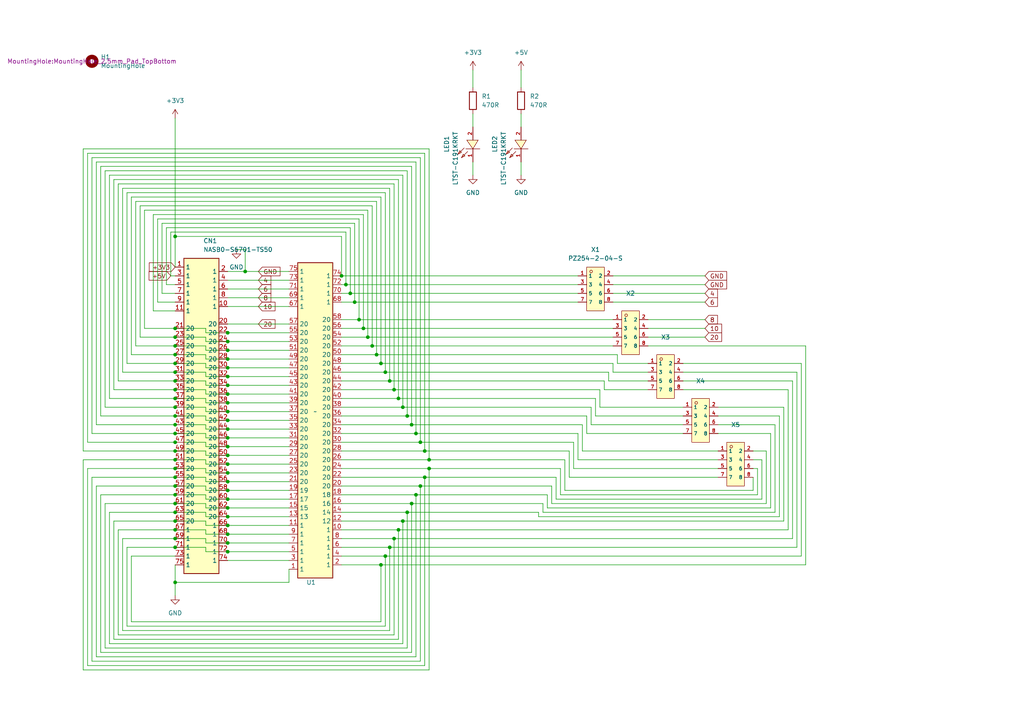
<source format=kicad_sch>
(kicad_sch (version 20230121) (generator eeschema)
  (paper "A4")
  (lib_symbols
    (symbol "Device:R" (pin_numbers hide) (pin_names (offset 0))
      (property "Reference" "R" (at 2.032 0 90))
      (property "Value" "R" (at 0 0 90))
      (symbol "R_0_1"
        (rectangle (start -1.016 -2.54) (end 1.016 2.54) (stroke (width 0.254)))
      )
      (symbol "R_1_1"
        (pin passive line (at 0 3.81 270) (length 1.27) (name "~") (number "1"))
        (pin passive line (at 0 -3.81 90) (length 1.27) (name "~") (number "2"))
      )
    )
    (symbol "JLC:LTST-C191KRKT" (pin_names hide)
      (property "Reference" "LED" (at 0 1.27 0))
      (property "Value" "LTST-C191KRKT" (at 0 -2.54 0))
      (symbol "LTST-C191KRKT_0_1"
        (polyline (pts (xy -2.032 1.524) (xy -3.81 3.302)))
        (polyline (pts (xy -1.27 2.032) (xy -1.27 -2.032)))
        (polyline (pts (xy -1.016 2.54) (xy -2.794 4.318)))
        (polyline (pts (xy -3.81 3.302) (xy -2.794 2.794) (xy -3.302 2.286) (xy -3.81 3.302)) (fill (type background)))
        (polyline (pts (xy -2.794 4.318) (xy -1.778 3.81) (xy -2.286 3.302) (xy -2.794 4.318)) (fill (type background)))
        (polyline (pts (xy 1.27 -1.524) (xy -1.27 0) (xy 1.27 1.778) (xy 1.27 -1.524)) (fill (type background)))
        (pin unspecified line (at -5.08 0 0) (length 3.81) (name "-") (number "1"))
        (pin unspecified line (at 5.08 0 180) (length 3.81) (name "+") (number "2"))
      )
    )
    (symbol "JLC:PZ254-2-04-S"
      (property "Reference" "H" (at 0 1.27 0))
      (property "Value" "PZ254-2-04-S" (at 0 -2.54 0))
      (symbol "PZ254-2-04-S_0_1"
        (rectangle (start -2.54 6.35) (end 2.54 -6.35) (fill (type background)))
        (circle (center -1.27 5.08) (radius 0.381) (fill (type background)))
        (pin unspecified line (at -5.08 3.81 0) (length 2.54) (name "1") (number "1"))
        (pin unspecified line (at 5.08 3.81 180) (length 2.54) (name "2") (number "2"))
        (pin unspecified line (at -5.08 1.27 0) (length 2.54) (name "3") (number "3"))
        (pin unspecified line (at 5.08 1.27 180) (length 2.54) (name "4") (number "4"))
        (pin unspecified line (at -5.08 -1.27 0) (length 2.54) (name "5") (number "5"))
        (pin unspecified line (at 5.08 -1.27 180) (length 2.54) (name "6") (number "6"))
        (pin unspecified line (at -5.08 -3.81 0) (length 2.54) (name "7") (number "7"))
        (pin unspecified line (at 5.08 -3.81 180) (length 2.54) (name "8") (number "8"))
      )
    )
    (symbol "JLC_parts:NASB0-S6701-TS50"
      (property "Reference" "CN" (at 0 1.27 0))
      (property "Value" "NASB0-S6701-TS50" (at 0 -2.54 0))
      (symbol "NASB0-S6701-TS50_0_1"
        (rectangle (start -3.81 48.26) (end 6.35 -43.18) (stroke (width 0.254)) (fill (type background)))
      )
      (symbol "NASB0-S6701-TS50_1_1"
        (pin input line (at -6.35 45.72 0) (length 2.54) (name "1") (number "1"))
        (pin input line (at 8.89 34.29 180) (length 2.54) (name "1") (number "10"))
        (pin input line (at -6.35 33.02 0) (length 2.54) (name "1") (number "11"))
        (pin input line (at 8.89 44.45 180) (length 2.54) (name "1") (number "2"))
        (pin input line (at 8.89 29.21 180) (length 2.54) (name "20") (number "20"))
        (pin input line (at -6.35 27.94 0) (length 2.54) (name "20") (number "21"))
        (pin input line (at 8.89 26.67 180) (length 2.54) (name "20") (number "22"))
        (pin input line (at -6.35 25.4 0) (length 2.54) (name "20") (number "23"))
        (pin input line (at 8.89 24.13 180) (length 2.54) (name "20") (number "24"))
        (pin input line (at -6.35 22.86 0) (length 2.54) (name "20") (number "25"))
        (pin input line (at 8.89 21.59 180) (length 2.54) (name "20") (number "26"))
        (pin input line (at -6.35 20.32 0) (length 2.54) (name "20") (number "27"))
        (pin input line (at 8.89 19.05 180) (length 2.54) (name "20") (number "28"))
        (pin input line (at -6.35 17.78 0) (length 2.54) (name "20") (number "29"))
        (pin input line (at -6.35 43.18 0) (length 2.54) (name "1") (number "3"))
        (pin input line (at 8.89 16.51 180) (length 2.54) (name "20") (number "30"))
        (pin input line (at -6.35 15.24 0) (length 2.54) (name "20") (number "31"))
        (pin input line (at 8.89 13.97 180) (length 2.54) (name "20") (number "32"))
        (pin input line (at -6.35 12.7 0) (length 2.54) (name "20") (number "33"))
        (pin input line (at 8.89 11.43 180) (length 2.54) (name "20") (number "34"))
        (pin input line (at -6.35 10.16 0) (length 2.54) (name "20") (number "35"))
        (pin input line (at 8.89 8.89 180) (length 2.54) (name "20") (number "36"))
        (pin input line (at -6.35 7.62 0) (length 2.54) (name "20") (number "37"))
        (pin input line (at 8.89 6.35 180) (length 2.54) (name "20") (number "38"))
        (pin input line (at -6.35 5.08 0) (length 2.54) (name "20") (number "39"))
        (pin input line (at 8.89 41.91 180) (length 2.54) (name "1") (number "4"))
        (pin input line (at 8.89 3.81 180) (length 2.54) (name "20") (number "40"))
        (pin input line (at -6.35 2.54 0) (length 2.54) (name "20") (number "41"))
        (pin input line (at 8.89 1.27 180) (length 2.54) (name "20") (number "42"))
        (pin input line (at -6.35 0 0) (length 2.54) (name "20") (number "43"))
        (pin input line (at 8.89 -1.27 180) (length 2.54) (name "20") (number "44"))
        (pin input line (at -6.35 -2.54 0) (length 2.54) (name "20") (number "45"))
        (pin input line (at 8.89 -3.81 180) (length 2.54) (name "20") (number "46"))
        (pin input line (at -6.35 -5.08 0) (length 2.54) (name "20") (number "47"))
        (pin input line (at 8.89 -6.35 180) (length 2.54) (name "20") (number "48"))
        (pin input line (at -6.35 -7.62 0) (length 2.54) (name "20") (number "49"))
        (pin input line (at -6.35 40.64 0) (length 2.54) (name "1") (number "5"))
        (pin input line (at 8.89 -8.89 180) (length 2.54) (name "20") (number "50"))
        (pin input line (at -6.35 -10.16 0) (length 2.54) (name "20") (number "51"))
        (pin input line (at 8.89 -11.43 180) (length 2.54) (name "20") (number "52"))
        (pin input line (at -6.35 -12.7 0) (length 2.54) (name "20") (number "53"))
        (pin input line (at 8.89 -13.97 180) (length 2.54) (name "20") (number "54"))
        (pin input line (at -6.35 -15.24 0) (length 2.54) (name "20") (number "55"))
        (pin input line (at 8.89 -16.51 180) (length 2.54) (name "20") (number "56"))
        (pin input line (at -6.35 -17.78 0) (length 2.54) (name "20") (number "57"))
        (pin input line (at 8.89 -19.05 180) (length 2.54) (name "20") (number "58"))
        (pin input line (at -6.35 -20.32 0) (length 2.54) (name "20") (number "59"))
        (pin input line (at 8.89 39.37 180) (length 2.54) (name "1") (number "6"))
        (pin input line (at 8.89 -21.59 180) (length 2.54) (name "20") (number "60"))
        (pin input line (at -6.35 -22.86 0) (length 2.54) (name "20") (number "61"))
        (pin input line (at 8.89 -24.13 180) (length 2.54) (name "20") (number "62"))
        (pin input line (at -6.35 -25.4 0) (length 2.54) (name "20") (number "63"))
        (pin input line (at 8.89 -26.67 180) (length 2.54) (name "20") (number "64"))
        (pin input line (at -6.35 -27.94 0) (length 2.54) (name "20") (number "65"))
        (pin input line (at 8.89 -29.21 180) (length 2.54) (name "1") (number "66"))
        (pin input line (at -6.35 -30.48 0) (length 2.54) (name "1") (number "67"))
        (pin input line (at 8.89 -31.75 180) (length 2.54) (name "1") (number "68"))
        (pin input line (at -6.35 -33.02 0) (length 2.54) (name "1") (number "69"))
        (pin input line (at -6.35 38.1 0) (length 2.54) (name "1") (number "7"))
        (pin input line (at 8.89 -34.29 180) (length 2.54) (name "1") (number "70"))
        (pin input line (at -6.35 -35.56 0) (length 2.54) (name "1") (number "71"))
        (pin input line (at 8.89 -36.83 180) (length 2.54) (name "1") (number "72"))
        (pin input line (at -6.35 -38.1 0) (length 2.54) (name "1") (number "73"))
        (pin input line (at 8.89 -39.37 180) (length 2.54) (name "1") (number "74"))
        (pin input line (at -6.35 -40.64 0) (length 2.54) (name "1") (number "75"))
        (pin input line (at 8.89 36.83 180) (length 2.54) (name "1") (number "8"))
        (pin input line (at -6.35 35.56 0) (length 2.54) (name "1") (number "9"))
      )
    )
    (symbol "JLC_parts:m.2_M_edge_fingers"
      (property "Reference" "U" (at 0 -7.62 0))
      (symbol "m.2_M_edge_fingers_0_1"
        (rectangle (start -5.08 48.26) (end 5.08 -43.18) (stroke (width 0.254)) (fill (type background)))
      )
      (symbol "m.2_M_edge_fingers_1_1"
        (pin input line (at -7.62 45.72 0) (length 2.54) (name "1") (number "1"))
        (pin input line (at 7.62 34.29 180) (length 2.54) (name "1") (number "10"))
        (pin input line (at -7.62 33.02 0) (length 2.54) (name "1") (number "11"))
        (pin input line (at 7.62 31.75 180) (length 2.54) (name "12") (number "12"))
        (pin input line (at -7.62 30.48 0) (length 2.54) (name "13") (number "13"))
        (pin input line (at 7.62 29.21 180) (length 2.54) (name "14") (number "14"))
        (pin input line (at -7.62 27.94 0) (length 2.54) (name "15") (number "15"))
        (pin input line (at 7.62 26.67 180) (length 2.54) (name "16") (number "16"))
        (pin input line (at -7.62 25.4 0) (length 2.54) (name "17") (number "17"))
        (pin input line (at 7.62 24.13 180) (length 2.54) (name "18") (number "18"))
        (pin input line (at -7.62 22.86 0) (length 2.54) (name "19") (number "19"))
        (pin input line (at 7.62 44.45 180) (length 2.54) (name "1") (number "2"))
        (pin input line (at 7.62 21.59 180) (length 2.54) (name "20") (number "20"))
        (pin input line (at -7.62 20.32 0) (length 2.54) (name "20") (number "21"))
        (pin input line (at 7.62 19.05 180) (length 2.54) (name "20") (number "22"))
        (pin input line (at -7.62 17.78 0) (length 2.54) (name "20") (number "23"))
        (pin input line (at 7.62 16.51 180) (length 2.54) (name "20") (number "24"))
        (pin input line (at -7.62 15.24 0) (length 2.54) (name "20") (number "25"))
        (pin input line (at 7.62 13.97 180) (length 2.54) (name "20") (number "26"))
        (pin input line (at -7.62 12.7 0) (length 2.54) (name "20") (number "27"))
        (pin input line (at 7.62 11.43 180) (length 2.54) (name "20") (number "28"))
        (pin input line (at -7.62 10.16 0) (length 2.54) (name "20") (number "29"))
        (pin input line (at -7.62 43.18 0) (length 2.54) (name "1") (number "3"))
        (pin input line (at 7.62 8.89 180) (length 2.54) (name "20") (number "30"))
        (pin input line (at -7.62 7.62 0) (length 2.54) (name "20") (number "31"))
        (pin input line (at 7.62 6.35 180) (length 2.54) (name "20") (number "32"))
        (pin input line (at -7.62 5.08 0) (length 2.54) (name "20") (number "33"))
        (pin input line (at 7.62 3.81 180) (length 2.54) (name "20") (number "34"))
        (pin input line (at -7.62 2.54 0) (length 2.54) (name "20") (number "35"))
        (pin input line (at 7.62 1.27 180) (length 2.54) (name "20") (number "36"))
        (pin input line (at -7.62 0 0) (length 2.54) (name "20") (number "37"))
        (pin input line (at 7.62 -1.27 180) (length 2.54) (name "20") (number "38"))
        (pin input line (at -7.62 -2.54 0) (length 2.54) (name "20") (number "39"))
        (pin input line (at 7.62 41.91 180) (length 2.54) (name "1") (number "4"))
        (pin input line (at 7.62 -3.81 180) (length 2.54) (name "20") (number "40"))
        (pin input line (at -7.62 -5.08 0) (length 2.54) (name "20") (number "41"))
        (pin input line (at 7.62 -6.35 180) (length 2.54) (name "20") (number "42"))
        (pin input line (at -7.62 -7.62 0) (length 2.54) (name "20") (number "43"))
        (pin input line (at 7.62 -8.89 180) (length 2.54) (name "20") (number "44"))
        (pin input line (at -7.62 -10.16 0) (length 2.54) (name "20") (number "45"))
        (pin input line (at 7.62 -11.43 180) (length 2.54) (name "20") (number "46"))
        (pin input line (at -7.62 -12.7 0) (length 2.54) (name "20") (number "47"))
        (pin input line (at 7.62 -13.97 180) (length 2.54) (name "20") (number "48"))
        (pin input line (at -7.62 -15.24 0) (length 2.54) (name "20") (number "49"))
        (pin input line (at -7.62 40.64 0) (length 2.54) (name "1") (number "5"))
        (pin input line (at 7.62 -16.51 180) (length 2.54) (name "20") (number "50"))
        (pin input line (at -7.62 -17.78 0) (length 2.54) (name "20") (number "51"))
        (pin input line (at 7.62 -19.05 180) (length 2.54) (name "20") (number "52"))
        (pin input line (at -7.62 -20.32 0) (length 2.54) (name "20") (number "53"))
        (pin input line (at 7.62 -21.59 180) (length 2.54) (name "20") (number "54"))
        (pin input line (at -7.62 -22.86 0) (length 2.54) (name "20") (number "55"))
        (pin input line (at 7.62 -24.13 180) (length 2.54) (name "20") (number "56"))
        (pin input line (at -7.62 -25.4 0) (length 2.54) (name "20") (number "57"))
        (pin input line (at 7.62 -26.67 180) (length 2.54) (name "20") (number "58"))
        (pin input line (at 7.62 39.37 180) (length 2.54) (name "1") (number "6"))
        (pin input line (at -7.62 -30.48 0) (length 2.54) (name "1") (number "67"))
        (pin input line (at 7.62 -31.75 180) (length 2.54) (name "1") (number "68"))
        (pin input line (at -7.62 -33.02 0) (length 2.54) (name "1") (number "69"))
        (pin input line (at -7.62 38.1 0) (length 2.54) (name "1") (number "7"))
        (pin input line (at 7.62 -34.29 180) (length 2.54) (name "1") (number "70"))
        (pin input line (at -7.62 -35.56 0) (length 2.54) (name "1") (number "71"))
        (pin input line (at 7.62 -36.83 180) (length 2.54) (name "1") (number "72"))
        (pin input line (at -7.62 -38.1 0) (length 2.54) (name "1") (number "73"))
        (pin input line (at 7.62 -39.37 180) (length 2.54) (name "1") (number "74"))
        (pin input line (at -7.62 -40.64 0) (length 2.54) (name "1") (number "75"))
        (pin input line (at 7.62 36.83 180) (length 2.54) (name "1") (number "8"))
        (pin input line (at -7.62 35.56 0) (length 2.54) (name "1") (number "9"))
      )
    )
    (symbol "Mechanical:MountingHole" (pin_names (offset 1.016))
      (property "Reference" "H" (at 0 5.08 0))
      (property "Value" "MountingHole" (at 0 3.175 0))
      (symbol "MountingHole_0_1"
        (circle (center 0 0) (radius 1.27) (stroke (width 1.27)))
      )
    )
    (symbol "power:+3V3" (power) (pin_names (offset 0))
      (property "Value" "+3V3" (at 0 3.556 0))
      (symbol "+3V3_0_1"
        (polyline (pts (xy -0.762 1.27) (xy 0 2.54)))
        (polyline (pts (xy 0 0) (xy 0 2.54)))
        (polyline (pts (xy 0 2.54) (xy 0.762 1.27)))
      )
      (symbol "+3V3_1_1"
        (pin power_in line (at 0 0 90) (length 0) hide (name "+3V3") (number "1"))
      )
    )
    (symbol "power:+5V" (power) (pin_names (offset 0))
      (property "Value" "+5V" (at 0 3.556 0))
      (symbol "+5V_0_1"
        (polyline (pts (xy -0.762 1.27) (xy 0 2.54)))
        (polyline (pts (xy 0 0) (xy 0 2.54)))
        (polyline (pts (xy 0 2.54) (xy 0.762 1.27)))
      )
      (symbol "+5V_1_1"
        (pin power_in line (at 0 0 90) (length 0) hide (name "+5V") (number "1"))
      )
    )
    (symbol "power:GND" (power) (pin_names (offset 0))
      (property "Value" "GND" (at 0 -3.81 0))
      (symbol "GND_0_1"
        (polyline (pts (xy 0 0) (xy 0 -1.27) (xy 1.27 -1.27) (xy 0 -2.54) (xy -1.27 -1.27) (xy 0 -1.27)))
      )
      (symbol "GND_1_1"
        (pin power_in line (at 0 0 270) (length 0) hide (name "GND") (number "1"))
      )
    )
  )
  (junction (at 111.76 107.95))
  (junction (at 107.95 100.33))
  (junction (at 50.8 168.91))
  (junction (at 119.38 123.19))
  (junction (at 120.65 143.51))
  (junction (at 50.8 133.35))
  (junction (at 66.04 111.76))
  (junction (at 66.04 121.92))
  (junction (at 66.04 144.78))
  (junction (at 50.8 148.59))
  (junction (at 66.04 134.62))
  (junction (at 111.76 161.29))
  (junction (at 116.84 118.11))
  (junction (at 114.3 156.21))
  (junction (at 50.8 130.81))
  (junction (at 66.04 149.86))
  (junction (at 114.3 113.03))
  (junction (at 66.04 114.3))
  (junction (at 121.92 128.27))
  (junction (at 50.8 118.11))
  (junction (at 66.04 139.7))
  (junction (at 50.8 135.89))
  (junction (at 113.03 110.49))
  (junction (at 113.03 158.75))
  (junction (at 50.8 97.79))
  (junction (at 50.8 140.97))
  (junction (at 66.04 142.24))
  (junction (at 50.8 158.75))
  (junction (at 66.04 99.06))
  (junction (at 123.19 138.43))
  (junction (at 50.8 138.43))
  (junction (at 101.6 85.09))
  (junction (at 66.04 104.14))
  (junction (at 50.8 102.87))
  (junction (at 115.57 115.57))
  (junction (at 50.8 153.67))
  (junction (at 66.04 132.08))
  (junction (at 50.8 128.27))
  (junction (at 50.8 95.25))
  (junction (at 66.04 119.38))
  (junction (at 66.04 129.54))
  (junction (at 100.33 82.55))
  (junction (at 50.8 123.19))
  (junction (at 50.8 151.13))
  (junction (at 50.8 115.57))
  (junction (at 110.49 163.83))
  (junction (at 105.41 95.25))
  (junction (at 124.46 135.89))
  (junction (at 66.04 152.4))
  (junction (at 66.04 127))
  (junction (at 50.8 146.05))
  (junction (at 50.8 113.03))
  (junction (at 66.04 116.84))
  (junction (at 50.8 110.49))
  (junction (at 116.84 151.13))
  (junction (at 106.68 97.79))
  (junction (at 66.04 106.68))
  (junction (at 102.87 87.63))
  (junction (at 120.65 125.73))
  (junction (at 50.8 100.33))
  (junction (at 66.04 109.22))
  (junction (at 50.8 107.95))
  (junction (at 66.04 124.46))
  (junction (at 50.8 105.41))
  (junction (at 124.46 133.35))
  (junction (at 119.38 146.05))
  (junction (at 66.04 96.52))
  (junction (at 118.11 120.65))
  (junction (at 71.12 78.74))
  (junction (at 123.19 130.81))
  (junction (at 66.04 101.6))
  (junction (at 110.49 105.41))
  (junction (at 121.92 140.97))
  (junction (at 50.8 68.58))
  (junction (at 115.57 153.67))
  (junction (at 66.04 154.94))
  (junction (at 50.8 143.51))
  (junction (at 99.06 80.01))
  (junction (at 50.8 125.73))
  (junction (at 66.04 157.48))
  (junction (at 104.14 92.71))
  (junction (at 109.22 102.87))
  (junction (at 50.8 120.65))
  (junction (at 66.04 160.02))
  (junction (at 50.8 156.21))
  (junction (at 118.11 148.59))
  (junction (at 66.04 137.16))
  (junction (at 66.04 147.32))
  (wire (pts (xy 101.6 85.09) (xy 167.64 85.09)))
  (wire (pts (xy 66.04 96.52) (xy 83.82 96.52)))
  (wire (pts (xy 66.04 142.24) (xy 83.82 142.24)))
  (wire (pts (xy 120.65 190.5) (xy 27.94 190.5)))
  (wire (pts (xy 99.06 161.29) (xy 111.76 161.29)))
  (wire (pts (xy 222.25 130.81) (xy 222.25 146.05)))
  (wire (pts (xy 50.8 138.43) (xy 59.69 138.43)))
  (wire (pts (xy 50.8 80.01) (xy 49.53 80.01)))
  (wire (pts (xy 227.33 151.13) (xy 227.33 118.11)))
  (wire (pts (xy 162.56 143.51) (xy 162.56 135.89)))
  (wire (pts (xy 105.41 95.25) (xy 177.8 95.25)))
  (wire (pts (xy 36.83 105.41) (xy 36.83 55.88)))
  (wire (pts (xy 116.84 151.13) (xy 116.84 186.69)))
  (wire (pts (xy 123.19 138.43) (xy 123.19 193.04)))
  (wire (pts (xy 50.8 163.83) (xy 50.8 168.91)))
  (wire (pts (xy 29.21 48.26) (xy 29.21 120.65)))
  (wire (pts (xy 26.67 125.73) (xy 50.8 125.73)))
  (wire (pts (xy 161.29 138.43) (xy 161.29 144.78)))
  (wire (pts (xy 59.69 124.46) (xy 66.04 124.46)))
  (wire (pts (xy 119.38 123.19) (xy 168.91 123.19)))
  (wire (pts (xy 50.8 133.35) (xy 59.69 133.35)))
  (wire (pts (xy 99.06 130.81) (xy 123.19 130.81)))
  (wire (pts (xy 83.82 168.91) (xy 83.82 165.1)))
  (wire (pts (xy 50.8 158.75) (xy 59.69 158.75)))
  (wire (pts (xy 120.65 143.51) (xy 158.75 143.51)))
  (wire (pts (xy 124.46 133.35) (xy 124.46 43.18)))
  (wire (pts (xy 111.76 181.61) (xy 36.83 181.61)))
  (wire (pts (xy 50.8 118.11) (xy 30.48 118.11)))
  (wire (pts (xy 50.8 151.13) (xy 59.69 151.13)))
  (wire (pts (xy 114.3 156.21) (xy 114.3 184.15)))
  (wire (pts (xy 66.04 144.78) (xy 83.82 144.78)))
  (wire (pts (xy 39.37 100.33) (xy 39.37 58.42)))
  (wire (pts (xy 99.06 148.59) (xy 118.11 148.59)))
  (wire (pts (xy 99.06 118.11) (xy 116.84 118.11)))
  (wire (pts (xy 29.21 120.65) (xy 50.8 120.65)))
  (wire (pts (xy 66.04 162.56) (xy 83.82 162.56)))
  (wire (pts (xy 59.69 148.59) (xy 59.69 149.86)))
  (wire (pts (xy 233.68 100.33) (xy 187.96 100.33)))
  (wire (pts (xy 50.8 97.79) (xy 59.69 97.79)))
  (wire (pts (xy 66.04 149.86) (xy 83.82 149.86)))
  (wire (pts (xy 31.75 186.69) (xy 31.75 148.59)))
  (wire (pts (xy 124.46 133.35) (xy 163.83 133.35)))
  (wire (pts (xy 226.06 120.65) (xy 208.28 120.65)))
  (wire (pts (xy 111.76 55.88) (xy 111.76 107.95)))
  (wire (pts (xy 59.69 135.89) (xy 59.69 137.16)))
  (wire (pts (xy 50.8 110.49) (xy 59.69 110.49)))
  (wire (pts (xy 99.06 125.73) (xy 120.65 125.73)))
  (wire (pts (xy 177.8 107.95) (xy 187.96 107.95)))
  (wire (pts (xy 118.11 148.59) (xy 156.21 148.59)))
  (wire (pts (xy 116.84 118.11) (xy 116.84 50.8)))
  (wire (pts (xy 59.69 105.41) (xy 59.69 106.68)))
  (wire (pts (xy 218.44 142.24) (xy 218.44 138.43)))
  (wire (pts (xy 66.04 86.36) (xy 83.82 86.36)))
  (wire (pts (xy 167.64 125.73) (xy 167.64 133.35)))
  (wire (pts (xy 123.19 138.43) (xy 161.29 138.43)))
  (wire (pts (xy 27.94 140.97) (xy 50.8 140.97)))
  (wire (pts (xy 50.8 146.05) (xy 59.69 146.05)))
  (wire (pts (xy 25.4 44.45) (xy 123.19 44.45)))
  (wire (pts (xy 187.96 97.79) (xy 204.47 97.79)))
  (wire (pts (xy 59.69 99.06) (xy 66.04 99.06)))
  (wire (pts (xy 59.69 128.27) (xy 59.69 129.54)))
  (wire (pts (xy 50.8 156.21) (xy 59.69 156.21)))
  (wire (pts (xy 59.69 119.38) (xy 66.04 119.38)))
  (wire (pts (xy 59.69 106.68) (xy 66.04 106.68)))
  (wire (pts (xy 35.56 156.21) (xy 35.56 182.88)))
  (wire (pts (xy 40.64 97.79) (xy 50.8 97.79)))
  (wire (pts (xy 59.69 121.92) (xy 66.04 121.92)))
  (wire (pts (xy 59.69 123.19) (xy 59.69 124.46)))
  (wire (pts (xy 25.4 193.04) (xy 25.4 135.89)))
  (wire (pts (xy 228.6 153.67) (xy 228.6 113.03)))
  (wire (pts (xy 50.8 95.25) (xy 59.69 95.25)))
  (wire (pts (xy 105.41 62.23) (xy 44.45 62.23)))
  (wire (pts (xy 50.8 123.19) (xy 59.69 123.19)))
  (wire (pts (xy 34.29 184.15) (xy 34.29 153.67)))
  (wire (pts (xy 59.69 110.49) (xy 59.69 111.76)))
  (wire (pts (xy 102.87 87.63) (xy 167.64 87.63)))
  (wire (pts (xy 41.91 60.96) (xy 106.68 60.96)))
  (wire (pts (xy 36.83 55.88) (xy 111.76 55.88)))
  (wire (pts (xy 218.44 135.89) (xy 219.71 135.89)))
  (wire (pts (xy 36.83 181.61) (xy 36.83 158.75)))
  (wire (pts (xy 66.04 157.48) (xy 83.82 157.48)))
  (wire (pts (xy 109.22 58.42) (xy 109.22 102.87)))
  (wire (pts (xy 99.06 105.41) (xy 110.49 105.41)))
  (wire (pts (xy 113.03 158.75) (xy 231.14 158.75)))
  (wire (pts (xy 24.13 43.18) (xy 24.13 130.81)))
  (wire (pts (xy 124.46 194.31) (xy 124.46 135.89)))
  (wire (pts (xy 124.46 135.89) (xy 162.56 135.89)))
  (wire (pts (xy 168.91 130.81) (xy 208.28 130.81)))
  (wire (pts (xy 99.06 87.63) (xy 102.87 87.63)))
  (wire (pts (xy 50.8 130.81) (xy 59.69 130.81)))
  (wire (pts (xy 66.04 152.4) (xy 83.82 152.4)))
  (wire (pts (xy 59.69 113.03) (xy 59.69 114.3)))
  (wire (pts (xy 99.06 146.05) (xy 119.38 146.05)))
  (wire (pts (xy 66.04 119.38) (xy 83.82 119.38)))
  (wire (pts (xy 158.75 147.32) (xy 223.52 147.32)))
  (wire (pts (xy 137.16 46.99) (xy 137.16 50.8)))
  (wire (pts (xy 34.29 153.67) (xy 50.8 153.67)))
  (wire (pts (xy 116.84 151.13) (xy 227.33 151.13)))
  (wire (pts (xy 99.06 80.01) (xy 167.64 80.01)))
  (wire (pts (xy 173.99 118.11) (xy 198.12 118.11)))
  (wire (pts (xy 27.94 123.19) (xy 27.94 46.99)))
  (wire (pts (xy 27.94 46.99) (xy 120.65 46.99)))
  (wire (pts (xy 66.04 127) (xy 83.82 127)))
  (wire (pts (xy 121.92 128.27) (xy 121.92 45.72)))
  (wire (pts (xy 163.83 133.35) (xy 163.83 142.24)))
  (wire (pts (xy 119.38 189.23) (xy 29.21 189.23)))
  (wire (pts (xy 29.21 143.51) (xy 50.8 143.51)))
  (wire (pts (xy 31.75 50.8) (xy 31.75 115.57)))
  (wire (pts (xy 115.57 115.57) (xy 172.72 115.57)))
  (wire (pts (xy 151.13 25.4) (xy 151.13 20.32)))
  (wire (pts (xy 50.8 138.43) (xy 26.67 138.43)))
  (wire (pts (xy 187.96 105.41) (xy 179.07 105.41)))
  (wire (pts (xy 35.56 54.61) (xy 113.03 54.61)))
  (wire (pts (xy 38.1 161.29) (xy 38.1 180.34)))
  (wire (pts (xy 99.06 140.97) (xy 121.92 140.97)))
  (wire (pts (xy 222.25 146.05) (xy 160.02 146.05)))
  (wire (pts (xy 41.91 95.25) (xy 41.91 60.96)))
  (wire (pts (xy 46.99 64.77) (xy 46.99 85.09)))
  (wire (pts (xy 50.8 105.41) (xy 36.83 105.41)))
  (wire (pts (xy 66.04 160.02) (xy 83.82 160.02)))
  (wire (pts (xy 99.06 115.57) (xy 115.57 115.57)))
  (wire (pts (xy 118.11 187.96) (xy 118.11 148.59)))
  (wire (pts (xy 166.37 128.27) (xy 166.37 135.89)))
  (wire (pts (xy 50.8 168.91) (xy 83.82 168.91)))
  (wire (pts (xy 59.69 104.14) (xy 66.04 104.14)))
  (wire (pts (xy 224.79 123.19) (xy 208.28 123.19)))
  (wire (pts (xy 46.99 85.09) (xy 50.8 85.09)))
  (wire (pts (xy 71.12 72.39) (xy 68.58 72.39)))
  (wire (pts (xy 59.69 146.05) (xy 59.69 147.32)))
  (wire (pts (xy 59.69 116.84) (xy 66.04 116.84)))
  (wire (pts (xy 50.8 128.27) (xy 59.69 128.27)))
  (wire (pts (xy 50.8 115.57) (xy 59.69 115.57)))
  (wire (pts (xy 25.4 128.27) (xy 25.4 44.45)))
  (wire (pts (xy 26.67 45.72) (xy 26.67 125.73)))
  (wire (pts (xy 121.92 140.97) (xy 160.02 140.97)))
  (wire (pts (xy 99.06 133.35) (xy 124.46 133.35)))
  (wire (pts (xy 114.3 113.03) (xy 114.3 53.34)))
  (wire (pts (xy 229.87 156.21) (xy 229.87 110.49)))
  (wire (pts (xy 33.02 113.03) (xy 50.8 113.03)))
  (wire (pts (xy 101.6 85.09) (xy 99.06 85.09)))
  (wire (pts (xy 50.8 34.29) (xy 50.8 68.58)))
  (wire (pts (xy 166.37 135.89) (xy 208.28 135.89)))
  (wire (pts (xy 106.68 97.79) (xy 177.8 97.79)))
  (wire (pts (xy 99.06 158.75) (xy 113.03 158.75)))
  (wire (pts (xy 168.91 123.19) (xy 168.91 130.81)))
  (wire (pts (xy 163.83 142.24) (xy 218.44 142.24)))
  (wire (pts (xy 161.29 144.78) (xy 220.98 144.78)))
  (wire (pts (xy 66.04 139.7) (xy 83.82 139.7)))
  (wire (pts (xy 119.38 146.05) (xy 157.48 146.05)))
  (wire (pts (xy 115.57 153.67) (xy 228.6 153.67)))
  (wire (pts (xy 231.14 158.75) (xy 231.14 107.95)))
  (wire (pts (xy 123.19 44.45) (xy 123.19 130.81)))
  (wire (pts (xy 59.69 143.51) (xy 59.69 144.78)))
  (wire (pts (xy 66.04 124.46) (xy 83.82 124.46)))
  (wire (pts (xy 34.29 110.49) (xy 50.8 110.49)))
  (wire (pts (xy 59.69 115.57) (xy 59.69 116.84)))
  (wire (pts (xy 219.71 135.89) (xy 219.71 143.51)))
  (wire (pts (xy 119.38 123.19) (xy 119.38 48.26)))
  (wire (pts (xy 71.12 78.74) (xy 83.82 78.74)))
  (wire (pts (xy 59.69 118.11) (xy 59.69 119.38)))
  (wire (pts (xy 66.04 147.32) (xy 83.82 147.32)))
  (wire (pts (xy 151.13 46.99) (xy 151.13 50.8)))
  (wire (pts (xy 121.92 128.27) (xy 166.37 128.27)))
  (wire (pts (xy 176.53 110.49) (xy 187.96 110.49)))
  (wire (pts (xy 33.02 52.07) (xy 33.02 113.03)))
  (wire (pts (xy 100.33 82.55) (xy 167.64 82.55)))
  (wire (pts (xy 224.79 148.59) (xy 224.79 123.19)))
  (wire (pts (xy 115.57 115.57) (xy 115.57 52.07)))
  (wire (pts (xy 59.69 97.79) (xy 59.69 99.06)))
  (wire (pts (xy 66.04 81.28) (xy 83.82 81.28)))
  (wire (pts (xy 66.04 109.22) (xy 83.82 109.22)))
  (wire (pts (xy 59.69 151.13) (xy 59.69 152.4)))
  (wire (pts (xy 137.16 33.02) (xy 137.16 36.83)))
  (wire (pts (xy 33.02 151.13) (xy 33.02 185.42)))
  (wire (pts (xy 114.3 113.03) (xy 173.99 113.03)))
  (wire (pts (xy 173.99 113.03) (xy 173.99 118.11)))
  (wire (pts (xy 45.72 63.5) (xy 104.14 63.5)))
  (wire (pts (xy 111.76 161.29) (xy 232.41 161.29)))
  (wire (pts (xy 66.04 106.68) (xy 83.82 106.68)))
  (wire (pts (xy 223.52 147.32) (xy 223.52 125.73)))
  (wire (pts (xy 113.03 182.88) (xy 113.03 158.75)))
  (wire (pts (xy 50.8 135.89) (xy 59.69 135.89)))
  (wire (pts (xy 44.45 62.23) (xy 44.45 90.17)))
  (wire (pts (xy 165.1 138.43) (xy 208.28 138.43)))
  (wire (pts (xy 99.06 110.49) (xy 113.03 110.49)))
  (wire (pts (xy 50.8 113.03) (xy 59.69 113.03)))
  (wire (pts (xy 123.19 193.04) (xy 25.4 193.04)))
  (wire (pts (xy 232.41 105.41) (xy 198.12 105.41)))
  (wire (pts (xy 50.8 105.41) (xy 59.69 105.41)))
  (wire (pts (xy 223.52 125.73) (xy 208.28 125.73)))
  (wire (pts (xy 204.47 95.25) (xy 187.96 95.25)))
  (wire (pts (xy 119.38 48.26) (xy 29.21 48.26)))
  (wire (pts (xy 59.69 133.35) (xy 59.69 134.62)))
  (wire (pts (xy 99.06 100.33) (xy 107.95 100.33)))
  (wire (pts (xy 228.6 113.03) (xy 198.12 113.03)))
  (wire (pts (xy 30.48 187.96) (xy 118.11 187.96)))
  (wire (pts (xy 99.06 135.89) (xy 124.46 135.89)))
  (wire (pts (xy 49.53 80.01) (xy 49.53 67.31)))
  (wire (pts (xy 30.48 49.53) (xy 118.11 49.53)))
  (wire (pts (xy 50.8 102.87) (xy 59.69 102.87)))
  (wire (pts (xy 30.48 146.05) (xy 30.48 187.96)))
  (wire (pts (xy 50.8 143.51) (xy 59.69 143.51)))
  (wire (pts (xy 66.04 137.16) (xy 83.82 137.16)))
  (wire (pts (xy 59.69 144.78) (xy 66.04 144.78)))
  (wire (pts (xy 100.33 82.55) (xy 99.06 82.55)))
  (wire (pts (xy 25.4 135.89) (xy 50.8 135.89)))
  (wire (pts (xy 111.76 107.95) (xy 99.06 107.95)))
  (wire (pts (xy 231.14 107.95) (xy 198.12 107.95)))
  (wire (pts (xy 227.33 118.11) (xy 208.28 118.11)))
  (wire (pts (xy 105.41 95.25) (xy 105.41 62.23)))
  (wire (pts (xy 31.75 115.57) (xy 50.8 115.57)))
  (wire (pts (xy 66.04 104.14) (xy 83.82 104.14)))
  (wire (pts (xy 172.72 115.57) (xy 172.72 120.65)))
  (wire (pts (xy 59.69 111.76) (xy 66.04 111.76)))
  (wire (pts (xy 204.47 85.09) (xy 177.8 85.09)))
  (wire (pts (xy 59.69 132.08) (xy 66.04 132.08)))
  (wire (pts (xy 59.69 96.52) (xy 66.04 96.52)))
  (wire (pts (xy 59.69 130.81) (xy 59.69 132.08)))
  (wire (pts (xy 66.04 88.9) (xy 83.82 88.9)))
  (wire (pts (xy 204.47 82.55) (xy 177.8 82.55)))
  (wire (pts (xy 220.98 144.78) (xy 220.98 133.35)))
  (wire (pts (xy 35.56 182.88) (xy 113.03 182.88)))
  (wire (pts (xy 226.06 149.86) (xy 226.06 120.65)))
  (wire (pts (xy 50.8 146.05) (xy 30.48 146.05)))
  (wire (pts (xy 26.67 138.43) (xy 26.67 191.77)))
  (wire (pts (xy 49.53 67.31) (xy 100.33 67.31)))
  (wire (pts (xy 101.6 66.04) (xy 101.6 85.09)))
  (wire (pts (xy 31.75 148.59) (xy 50.8 148.59)))
  (wire (pts (xy 232.41 161.29) (xy 232.41 105.41)))
  (wire (pts (xy 179.07 105.41) (xy 179.07 102.87)))
  (wire (pts (xy 116.84 186.69) (xy 31.75 186.69)))
  (wire (pts (xy 30.48 118.11) (xy 30.48 49.53)))
  (wire (pts (xy 99.06 163.83) (xy 110.49 163.83)))
  (wire (pts (xy 118.11 49.53) (xy 118.11 120.65)))
  (wire (pts (xy 59.69 138.43) (xy 59.69 139.7)))
  (wire (pts (xy 59.69 134.62) (xy 66.04 134.62)))
  (wire (pts (xy 156.21 149.86) (xy 226.06 149.86)))
  (wire (pts (xy 38.1 180.34) (xy 110.49 180.34)))
  (wire (pts (xy 59.69 147.32) (xy 66.04 147.32)))
  (wire (pts (xy 36.83 158.75) (xy 50.8 158.75)))
  (wire (pts (xy 107.95 59.69) (xy 40.64 59.69)))
  (wire (pts (xy 38.1 57.15) (xy 38.1 102.87)))
  (wire (pts (xy 50.8 107.95) (xy 35.56 107.95)))
  (wire (pts (xy 106.68 97.79) (xy 99.06 97.79)))
  (wire (pts (xy 110.49 57.15) (xy 38.1 57.15)))
  (wire (pts (xy 120.65 125.73) (xy 167.64 125.73)))
  (wire (pts (xy 45.72 87.63) (xy 45.72 63.5)))
  (wire (pts (xy 170.18 125.73) (xy 198.12 125.73)))
  (wire (pts (xy 99.06 128.27) (xy 121.92 128.27)))
  (wire (pts (xy 50.8 168.91) (xy 50.8 172.72)))
  (wire (pts (xy 115.57 52.07) (xy 33.02 52.07)))
  (wire (pts (xy 48.26 66.04) (xy 101.6 66.04)))
  (wire (pts (xy 59.69 160.02) (xy 66.04 160.02)))
  (wire (pts (xy 99.06 123.19) (xy 119.38 123.19)))
  (wire (pts (xy 50.8 95.25) (xy 41.91 95.25)))
  (wire (pts (xy 66.04 101.6) (xy 83.82 101.6)))
  (wire (pts (xy 113.03 54.61) (xy 113.03 110.49)))
  (wire (pts (xy 50.8 68.58) (xy 99.06 68.58)))
  (wire (pts (xy 219.71 143.51) (xy 162.56 143.51)))
  (wire (pts (xy 50.8 87.63) (xy 45.72 87.63)))
  (wire (pts (xy 120.65 46.99) (xy 120.65 125.73)))
  (wire (pts (xy 50.8 123.19) (xy 27.94 123.19)))
  (wire (pts (xy 59.69 139.7) (xy 66.04 139.7)))
  (wire (pts (xy 113.03 110.49) (xy 175.26 110.49)))
  (wire (pts (xy 59.69 153.67) (xy 59.69 154.94)))
  (wire (pts (xy 119.38 146.05) (xy 119.38 189.23)))
  (wire (pts (xy 116.84 50.8) (xy 31.75 50.8)))
  (wire (pts (xy 39.37 58.42) (xy 109.22 58.42)))
  (wire (pts (xy 59.69 129.54) (xy 66.04 129.54)))
  (wire (pts (xy 59.69 140.97) (xy 59.69 142.24)))
  (wire (pts (xy 110.49 105.41) (xy 177.8 105.41)))
  (wire (pts (xy 151.13 33.02) (xy 151.13 36.83)))
  (wire (pts (xy 34.29 53.34) (xy 34.29 110.49)))
  (wire (pts (xy 66.04 114.3) (xy 83.82 114.3)))
  (wire (pts (xy 48.26 82.55) (xy 48.26 66.04)))
  (wire (pts (xy 59.69 156.21) (xy 59.69 157.48)))
  (wire (pts (xy 66.04 83.82) (xy 83.82 83.82)))
  (wire (pts (xy 116.84 118.11) (xy 171.45 118.11)))
  (wire (pts (xy 104.14 92.71) (xy 177.8 92.71)))
  (wire (pts (xy 99.06 153.67) (xy 115.57 153.67)))
  (wire (pts (xy 40.64 59.69) (xy 40.64 97.79)))
  (wire (pts (xy 59.69 125.73) (xy 59.69 127)))
  (wire (pts (xy 99.06 138.43) (xy 123.19 138.43)))
  (wire (pts (xy 24.13 130.81) (xy 50.8 130.81)))
  (wire (pts (xy 170.18 120.65) (xy 170.18 125.73)))
  (wire (pts (xy 59.69 120.65) (xy 59.69 121.92)))
  (wire (pts (xy 50.8 133.35) (xy 24.13 133.35)))
  (wire (pts (xy 50.8 156.21) (xy 35.56 156.21)))
  (wire (pts (xy 104.14 92.71) (xy 99.06 92.71)))
  (wire (pts (xy 99.06 95.25) (xy 105.41 95.25)))
  (wire (pts (xy 50.8 128.27) (xy 25.4 128.27)))
  (wire (pts (xy 172.72 120.65) (xy 198.12 120.65)))
  (wire (pts (xy 66.04 121.92) (xy 83.82 121.92)))
  (wire (pts (xy 29.21 189.23) (xy 29.21 143.51)))
  (wire (pts (xy 59.69 102.87) (xy 59.69 104.14)))
  (wire (pts (xy 121.92 191.77) (xy 121.92 140.97)))
  (wire (pts (xy 66.04 154.94) (xy 83.82 154.94)))
  (wire (pts (xy 50.8 148.59) (xy 59.69 148.59)))
  (wire (pts (xy 102.87 64.77) (xy 46.99 64.77)))
  (wire (pts (xy 59.69 127) (xy 66.04 127)))
  (wire (pts (xy 50.8 82.55) (xy 48.26 82.55)))
  (wire (pts (xy 50.8 153.67) (xy 59.69 153.67)))
  (wire (pts (xy 50.8 120.65) (xy 59.69 120.65)))
  (wire (pts (xy 157.48 148.59) (xy 224.79 148.59)))
  (wire (pts (xy 24.13 133.35) (xy 24.13 194.31)))
  (wire (pts (xy 66.04 134.62) (xy 83.82 134.62)))
  (wire (pts (xy 66.04 99.06) (xy 83.82 99.06)))
  (wire (pts (xy 107.95 100.33) (xy 107.95 59.69)))
  (wire (pts (xy 171.45 123.19) (xy 198.12 123.19)))
  (wire (pts (xy 107.95 100.33) (xy 177.8 100.33)))
  (wire (pts (xy 110.49 180.34) (xy 110.49 163.83)))
  (wire (pts (xy 233.68 163.83) (xy 233.68 100.33)))
  (wire (pts (xy 50.8 161.29) (xy 38.1 161.29)))
  (wire (pts (xy 99.06 143.51) (xy 120.65 143.51)))
  (wire (pts (xy 115.57 185.42) (xy 115.57 153.67)))
  (wire (pts (xy 24.13 194.31) (xy 124.46 194.31)))
  (wire (pts (xy 50.8 77.47) (xy 50.8 68.58)))
  (wire (pts (xy 50.8 151.13) (xy 33.02 151.13)))
  (wire (pts (xy 44.45 90.17) (xy 50.8 90.17)))
  (wire (pts (xy 99.06 156.21) (xy 114.3 156.21)))
  (wire (pts (xy 59.69 142.24) (xy 66.04 142.24)))
  (wire (pts (xy 38.1 102.87) (xy 50.8 102.87)))
  (wire (pts (xy 167.64 133.35) (xy 208.28 133.35)))
  (wire (pts (xy 59.69 158.75) (xy 59.69 160.02)))
  (wire (pts (xy 104.14 63.5) (xy 104.14 92.71)))
  (wire (pts (xy 171.45 118.11) (xy 171.45 123.19)))
  (wire (pts (xy 50.8 125.73) (xy 59.69 125.73)))
  (wire (pts (xy 59.69 95.25) (xy 59.69 96.52)))
  (wire (pts (xy 59.69 154.94) (xy 66.04 154.94)))
  (wire (pts (xy 35.56 107.95) (xy 35.56 54.61)))
  (wire (pts (xy 110.49 105.41) (xy 110.49 57.15)))
  (wire (pts (xy 26.67 191.77) (xy 121.92 191.77)))
  (wire (pts (xy 50.8 107.95) (xy 59.69 107.95)))
  (wire (pts (xy 27.94 190.5) (xy 27.94 140.97)))
  (wire (pts (xy 175.26 113.03) (xy 187.96 113.03)))
  (wire (pts (xy 66.04 93.98) (xy 83.82 93.98)))
  (wire (pts (xy 204.47 92.71) (xy 187.96 92.71)))
  (wire (pts (xy 111.76 107.95) (xy 176.53 107.95)))
  (wire (pts (xy 100.33 67.31) (xy 100.33 82.55)))
  (wire (pts (xy 99.06 113.03) (xy 114.3 113.03)))
  (wire (pts (xy 66.04 78.74) (xy 71.12 78.74)))
  (wire (pts (xy 109.22 102.87) (xy 179.07 102.87)))
  (wire (pts (xy 176.53 107.95) (xy 176.53 110.49)))
  (wire (pts (xy 110.49 163.83) (xy 233.68 163.83)))
  (wire (pts (xy 66.04 129.54) (xy 83.82 129.54)))
  (wire (pts (xy 59.69 149.86) (xy 66.04 149.86)))
  (wire (pts (xy 59.69 109.22) (xy 66.04 109.22)))
  (wire (pts (xy 99.06 120.65) (xy 118.11 120.65)))
  (wire (pts (xy 66.04 111.76) (xy 83.82 111.76)))
  (wire (pts (xy 220.98 133.35) (xy 218.44 133.35)))
  (wire (pts (xy 59.69 107.95) (xy 59.69 109.22)))
  (wire (pts (xy 59.69 100.33) (xy 59.69 101.6)))
  (wire (pts (xy 50.8 100.33) (xy 39.37 100.33)))
  (wire (pts (xy 137.16 25.4) (xy 137.16 20.32)))
  (wire (pts (xy 59.69 157.48) (xy 66.04 157.48)))
  (wire (pts (xy 50.8 140.97) (xy 59.69 140.97)))
  (wire (pts (xy 66.04 116.84) (xy 83.82 116.84)))
  (wire (pts (xy 177.8 105.41) (xy 177.8 107.95)))
  (wire (pts (xy 59.69 137.16) (xy 66.04 137.16)))
  (wire (pts (xy 114.3 156.21) (xy 229.87 156.21)))
  (wire (pts (xy 229.87 110.49) (xy 198.12 110.49)))
  (wire (pts (xy 121.92 45.72) (xy 26.67 45.72)))
  (wire (pts (xy 204.47 87.63) (xy 177.8 87.63)))
  (wire (pts (xy 71.12 78.74) (xy 71.12 72.39)))
  (wire (pts (xy 157.48 146.05) (xy 157.48 148.59)))
  (wire (pts (xy 59.69 114.3) (xy 66.04 114.3)))
  (wire (pts (xy 111.76 161.29) (xy 111.76 181.61)))
  (wire (pts (xy 218.44 130.81) (xy 222.25 130.81)))
  (wire (pts (xy 33.02 185.42) (xy 115.57 185.42)))
  (wire (pts (xy 102.87 87.63) (xy 102.87 64.77)))
  (wire (pts (xy 99.06 68.58) (xy 99.06 80.01)))
  (wire (pts (xy 118.11 120.65) (xy 170.18 120.65)))
  (wire (pts (xy 106.68 60.96) (xy 106.68 97.79)))
  (wire (pts (xy 156.21 148.59) (xy 156.21 149.86)))
  (wire (pts (xy 50.8 118.11) (xy 59.69 118.11)))
  (wire (pts (xy 114.3 53.34) (xy 34.29 53.34)))
  (wire (pts (xy 59.69 152.4) (xy 66.04 152.4)))
  (wire (pts (xy 124.46 43.18) (xy 24.13 43.18)))
  (wire (pts (xy 59.69 101.6) (xy 66.04 101.6)))
  (wire (pts (xy 50.8 100.33) (xy 59.69 100.33)))
  (wire (pts (xy 158.75 143.51) (xy 158.75 147.32)))
  (wire (pts (xy 165.1 130.81) (xy 165.1 138.43)))
  (wire (pts (xy 114.3 184.15) (xy 34.29 184.15)))
  (wire (pts (xy 177.8 80.01) (xy 204.47 80.01)))
  (wire (pts (xy 120.65 143.51) (xy 120.65 190.5)))
  (wire (pts (xy 175.26 110.49) (xy 175.26 113.03)))
  (wire (pts (xy 66.04 132.08) (xy 83.82 132.08)))
  (wire (pts (xy 99.06 151.13) (xy 116.84 151.13)))
  (wire (pts (xy 109.22 102.87) (xy 99.06 102.87)))
  (wire (pts (xy 160.02 146.05) (xy 160.02 140.97)))
  (wire (pts (xy 123.19 130.81) (xy 165.1 130.81)))
  (global_label "20" (shape input) (at 204.47 97.79 0) (property "Intersheetrefs" "${INTERSHEET_REFS}" (effects hide)))
  (global_label "+5V" (shape input) (at 49.53 80.01 180) (property "Intersheetrefs" "${INTERSHEET_REFS}" (effects hide)))
  (global_label "8" (shape input) (at 74.93 86.36 0) (property "Intersheetrefs" "${INTERSHEET_REFS}" (effects hide)))
  (global_label "4" (shape input) (at 204.47 85.09 0) (property "Intersheetrefs" "${INTERSHEET_REFS}" (effects hide)))
  (global_label "GND" (shape input) (at 204.47 82.55 0) (property "Intersheetrefs" "${INTERSHEET_REFS}" (effects hide)))
  (global_label "20" (shape input) (at 74.93 93.98 0) (property "Intersheetrefs" "${INTERSHEET_REFS}" (effects hide)))
  (global_label "GND" (shape input) (at 74.93 78.74 0) (property "Intersheetrefs" "${INTERSHEET_REFS}" (effects hide)))
  (global_label "10" (shape input) (at 74.93 88.9 0) (property "Intersheetrefs" "${INTERSHEET_REFS}" (effects hide)))
  (global_label "10" (shape input) (at 204.47 95.25 0) (property "Intersheetrefs" "${INTERSHEET_REFS}" (effects hide)))
  (global_label "6" (shape input) (at 74.93 83.82 0) (property "Intersheetrefs" "${INTERSHEET_REFS}" (effects hide)))
  (global_label "4" (shape input) (at 74.93 81.28 0) (property "Intersheetrefs" "${INTERSHEET_REFS}" (effects hide)))
  (global_label "+3V3" (shape input) (at 50.8 77.47 180) (property "Intersheetrefs" "${INTERSHEET_REFS}" (effects hide)))
  (global_label "8" (shape input) (at 204.47 92.71 0) (property "Intersheetrefs" "${INTERSHEET_REFS}" (effects hide)))
  (global_label "6" (shape input) (at 204.47 87.63 0) (property "Intersheetrefs" "${INTERSHEET_REFS}" (effects hide)))
  (global_label "GND" (shape input) (at 204.47 80.01 0) (property "Intersheetrefs" "${INTERSHEET_REFS}" (effects hide)))
  (symbol (lib_id "JLC:LTST-C191KRKT") (at 151.13 41.91 90) (unit 1)
    (property "Reference" "LED2" (at 143.51 39.37 0) (effects (justify right)))
    (property "Value" "LTST-C191KRKT" (at 146.05 38.1 0) (effects (justify right)))
    (property "Footprint" "footprints:LED0603-RD" (effects hide))
    (property "Datasheet" "https://item.szlcsc.com/347874.html" (effects hide))
    (property "LCSC" "C125099" (effects hide))
  )
  (symbol (lib_id "JLC:PZ254-2-04-S") (at 203.2 121.92 0) (unit 1)
    (property "Reference" "X4" (at 203.2 110.49 0))
    (property "Value" "PZ254-2-04-S" (effects hide))
    (property "Footprint" "footprint:HDR-SMD_8P-P2.54-V-M-R2-C4-LS7.4" (effects hide))
    (property "Datasheet" "https://atta.szlcsc.com/upload/public/pdf/source/20200909/C780052_82B9C857929F186E17F3DC97B65FB250.pdf" (effects hide))
    (property "LCSC" "C3294462" (effects hide))
  )
  (symbol (lib_id "power:+3V3") (at 50.8 34.29 0) (unit 1)
    (property "Reference" "#PWR01" (effects hide))
    (property "Value" "+3V3" (at 50.8 29.21 0))
  )
  (symbol (lib_id "power:+5V") (at 151.13 20.32 0) (unit 1)
    (property "Reference" "#PWR06" (effects hide))
    (property "Value" "+5V" (at 151.13 15.24 0))
  )
  (symbol (lib_id "power:GND") (at 137.16 50.8 0) (unit 1)
    (property "Reference" "#PWR05" (effects hide))
    (property "Value" "GND" (at 137.16 55.88 0))
  )
  (symbol (lib_id "JLC:PZ254-2-04-S") (at 193.04 109.22 0) (unit 1)
    (property "Reference" "X3" (at 193.04 97.79 0))
    (property "Value" "PZ254-2-04-S" (effects hide))
    (property "Footprint" "footprint:HDR-SMD_8P-P2.54-V-M-R2-C4-LS7.4" (effects hide))
    (property "Datasheet" "https://atta.szlcsc.com/upload/public/pdf/source/20200909/C780052_82B9C857929F186E17F3DC97B65FB250.pdf" (effects hide))
    (property "LCSC" "C3294462" (effects hide))
  )
  (symbol (lib_id "power:GND") (at 50.8 172.72 0) (unit 1)
    (property "Reference" "#PWR02" (effects hide))
    (property "Value" "GND" (at 50.8 177.8 0))
  )
  (symbol (lib_id "JLC:PZ254-2-04-S") (at 213.36 134.62 0) (unit 1)
    (property "Reference" "X5" (at 213.36 123.19 0))
    (property "Value" "PZ254-2-04-S" (effects hide))
    (property "Footprint" "footprint:HDR-SMD_8P-P2.54-V-M-R2-C4-LS7.4" (effects hide))
    (property "Datasheet" "https://atta.szlcsc.com/upload/public/pdf/source/20200909/C780052_82B9C857929F186E17F3DC97B65FB250.pdf" (effects hide))
    (property "LCSC" "C3294462" (effects hide))
  )
  (symbol (lib_id "power:GND") (at 68.58 72.39 0) (unit 1)
    (property "Reference" "#PWR03" (effects hide))
    (property "Value" "GND" (at 68.58 77.47 0))
  )
  (symbol (lib_id "JLC:LTST-C191KRKT") (at 137.16 41.91 90) (unit 1)
    (property "Reference" "LED1" (at 129.54 39.37 0) (effects (justify right)))
    (property "Value" "LTST-C191KRKT" (at 132.08 38.1 0) (effects (justify right)))
    (property "Footprint" "footprints:LED0603-RD" (effects hide))
    (property "Datasheet" "https://item.szlcsc.com/347874.html" (effects hide))
    (property "LCSC" "C125099" (effects hide))
  )
  (symbol (lib_id "JLC:PZ254-2-04-S") (at 182.88 96.52 0) (unit 1)
    (property "Reference" "X2" (at 182.88 85.09 0))
    (property "Value" "PZ254-2-04-S" (effects hide))
    (property "Footprint" "footprint:HDR-SMD_8P-P2.54-V-M-R2-C4-LS7.4" (effects hide))
    (property "Datasheet" "https://atta.szlcsc.com/upload/public/pdf/source/20200909/C780052_82B9C857929F186E17F3DC97B65FB250.pdf" (effects hide))
    (property "LCSC" "C3294462" (effects hide))
  )
  (symbol (lib_id "Device:R") (at 151.13 29.21 0) (unit 1)
    (property "Reference" "R2" (at 153.67 27.94 0) (effects (justify left)))
    (property "Value" "470R" (at 153.67 30.48 0) (effects (justify left)))
    (property "Footprint" "Resistor_SMD:R_0603_1608Metric" (effects hide))
  )
  (symbol (lib_id "Device:R") (at 137.16 29.21 0) (unit 1)
    (property "Reference" "R1" (at 139.7 27.94 0) (effects (justify left)))
    (property "Value" "470R" (at 139.7 30.48 0) (effects (justify left)))
    (property "Footprint" "Resistor_SMD:R_0603_1608Metric" (effects hide))
  )
  (symbol (lib_id "JLC_parts:NASB0-S6701-TS50") (at 57.15 123.19 0) (unit 1)
    (property "Reference" "CN1" (at 58.9709 69.85 0) (effects (justify left)))
    (property "Value" "NASB0-S6701-TS50" (at 58.9709 72.39 0) (effects (justify left)))
    (property "Footprint" "footprint_old:CONN-SMD_67P-P0.50-V_NASB0-S6701-TS50" (effects hide))
    (property "Datasheet" "https://item.szlcsc.com/340992.html" (effects hide))
    (property "LCSC" "C367024" (effects hide))
  )
  (symbol (lib_id "power:+3V3") (at 137.16 20.32 0) (unit 1)
    (property "Reference" "#PWR04" (effects hide))
    (property "Value" "+3V3" (at 137.16 15.24 0))
  )
  (symbol (lib_id "JLC:PZ254-2-04-S") (at 172.72 83.82 0) (unit 1)
    (property "Reference" "X1" (at 172.72 72.39 0))
    (property "Value" "PZ254-2-04-S" (at 172.72 74.93 0))
    (property "Footprint" "footprint:HDR-SMD_8P-P2.54-V-M-R2-C4-LS7.4" (effects hide))
    (property "Datasheet" "https://atta.szlcsc.com/upload/public/pdf/source/20200909/C780052_82B9C857929F186E17F3DC97B65FB250.pdf" (effects hide))
    (property "LCSC" "C3294462" (effects hide))
  )
  (symbol (lib_id "JLC_parts:m.2_M_edge_fingers") (at 91.44 119.38 0) (mirror x) (unit 1)
    (property "Reference" "U1" (at 90.2335 168.91 0))
    (property "Value" "~" (at 91.44 119.38 0))
    (property "Footprint" "NGFF:NGFF_M" (effects hide))
  )
  (symbol (lib_id "Mechanical:MountingHole") (at 26.67 17.78 0) (unit 1)
    (property "Reference" "H1" (at 29.21 16.51 0) (effects (justify left)))
    (property "Value" "MountingHole" (at 29.21 19.05 0) (effects (justify left)))
    (property "Footprint" "MountingHole:MountingHole_2.5mm_Pad_TopBottom" (at 26.67 17.78 0))
  )
  (symbol (lib_id "power:GND") (at 151.13 50.8 0) (unit 1)
    (property "Reference" "#PWR07" (effects hide))
    (property "Value" "GND" (at 151.13 55.88 0))
  )
)
</source>
